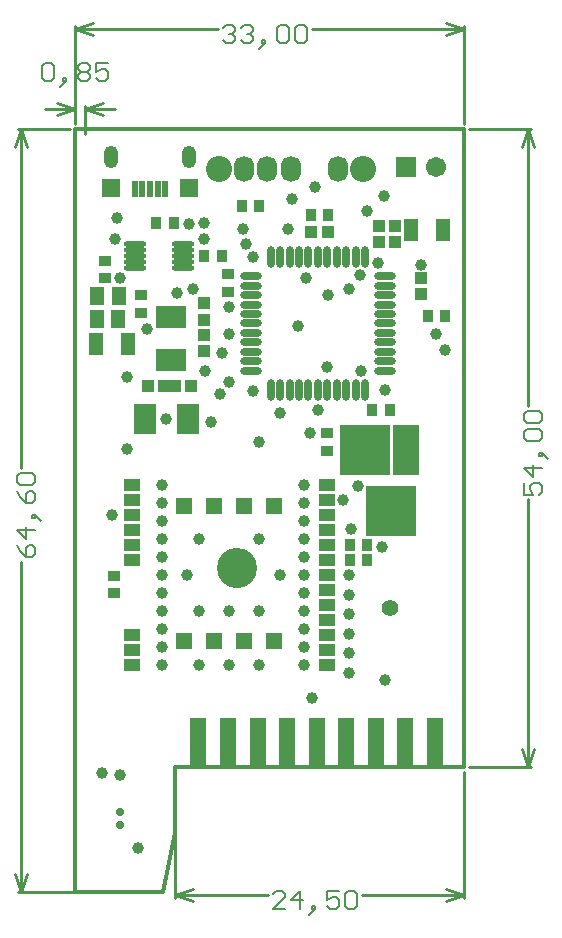
<source format=gts>
%FSLAX25Y25*%
%MOIN*%
G70*
G01*
G75*
G04 Layer_Color=8388736*
%ADD10R,0.02756X0.03543*%
%ADD11R,0.06693X0.09449*%
%ADD12O,0.06693X0.01181*%
%ADD13O,0.06890X0.02165*%
%ADD14O,0.02165X0.06890*%
%ADD15R,0.15748X0.15748*%
%ADD16R,0.07874X0.15748*%
%ADD17R,0.03543X0.02756*%
%ADD18R,0.01575X0.05315*%
%ADD19R,0.05512X0.05512*%
%ADD20R,0.04724X0.03543*%
%ADD21R,0.05000X0.05000*%
%ADD22R,0.03937X0.05512*%
%ADD23R,0.03150X0.03543*%
%ADD24R,0.04331X0.06693*%
%ADD25R,0.03543X0.03150*%
%ADD26R,0.09449X0.06693*%
%ADD27C,0.01575*%
%ADD28C,0.01181*%
%ADD29C,0.01378*%
%ADD30C,0.00984*%
%ADD31C,0.01000*%
%ADD32C,0.00600*%
%ADD33C,0.07874*%
%ADD34O,0.05906X0.07874*%
%ADD35O,0.03937X0.06693*%
%ADD36R,0.05906X0.05906*%
%ADD37C,0.05906*%
%ADD38C,0.12598*%
%ADD39R,0.04724X0.15748*%
%ADD40C,0.03150*%
%ADD41C,0.01969*%
%ADD42C,0.04724*%
%ADD43O,0.01378X0.06693*%
%ADD44O,0.02756X0.01772*%
%ADD45R,0.05906X0.09449*%
%ADD46R,0.07677X0.10827*%
%ADD47R,0.11811X0.08268*%
%ADD48R,0.06299X0.03150*%
%ADD49O,0.02362X0.06693*%
%ADD50R,0.05001X0.01969*%
%ADD51R,0.01969X0.04801*%
%ADD52O,0.01969X0.00984*%
%ADD53O,0.00984X0.03937*%
%ADD54R,0.06496X0.09449*%
%ADD55R,0.04000X0.06000*%
%ADD56R,0.06000X0.04000*%
%ADD57C,0.03150*%
%ADD58C,0.02362*%
%ADD59C,0.00787*%
%ADD60C,0.00394*%
%ADD61C,0.00800*%
%ADD62C,0.00591*%
%ADD63R,0.03556X0.04343*%
%ADD64R,0.07493X0.10249*%
%ADD65O,0.07493X0.01981*%
%ADD66O,0.07284X0.02559*%
%ADD67O,0.02559X0.07284*%
%ADD68R,0.16548X0.16548*%
%ADD69R,0.08674X0.16548*%
%ADD70R,0.04343X0.03556*%
%ADD71R,0.01969X0.05709*%
%ADD72R,0.06312X0.06312*%
%ADD73R,0.05524X0.04343*%
%ADD74R,0.05800X0.05800*%
%ADD75R,0.04737X0.06312*%
%ADD76R,0.03950X0.04343*%
%ADD77R,0.05131X0.07493*%
%ADD78R,0.04343X0.03950*%
%ADD79R,0.10249X0.07493*%
%ADD80C,0.08674*%
%ADD81O,0.06706X0.08674*%
%ADD82O,0.04737X0.07493*%
%ADD83R,0.06706X0.06706*%
%ADD84C,0.06706*%
%ADD85C,0.13398*%
%ADD86R,0.05524X0.16548*%
%ADD87C,0.03950*%
%ADD88C,0.02769*%
%ADD89C,0.05524*%
D28*
X68898Y51181D02*
Y73228D01*
X165354D01*
X64961Y31496D02*
X68898Y51181D01*
X35433Y31496D02*
Y285827D01*
X165354D01*
Y73228D02*
Y285827D01*
X35433Y31496D02*
X64961D01*
D31*
X165354Y287417D02*
Y320000D01*
X35433Y287417D02*
Y320000D01*
X114389Y319000D02*
X165354D01*
X35433D02*
X83198D01*
X159354Y321000D02*
X165354Y319000D01*
X159354Y317000D02*
X165354Y319000D01*
X35433D02*
X41433Y317000D01*
X35433Y319000D02*
X41433Y321000D01*
X166945Y73228D02*
X187500D01*
X166945Y285827D02*
X187500D01*
X186500Y73228D02*
Y162332D01*
Y193523D02*
Y285827D01*
Y73228D02*
X188500Y79228D01*
X184500D02*
X186500Y73228D01*
X184500Y279827D02*
X186500Y285827D01*
X188500Y279827D01*
X16500Y31496D02*
X63370D01*
X16500Y285827D02*
X33843D01*
X17500Y31496D02*
Y141466D01*
Y172657D02*
Y285827D01*
Y31496D02*
X19500Y37496D01*
X15500D02*
X17500Y31496D01*
X15500Y279827D02*
X17500Y285827D01*
X19500Y279827D01*
X165354Y29500D02*
Y71638D01*
X68898Y29500D02*
Y71638D01*
X131122Y30500D02*
X165354D01*
X68898D02*
X99931D01*
X159354Y32500D02*
X165354Y30500D01*
X159354Y28500D02*
X165354Y30500D01*
X68898D02*
X74898Y28500D01*
X68898Y30500D02*
X74898Y32500D01*
X38780Y284071D02*
Y293500D01*
X35433Y287417D02*
Y293500D01*
X25433Y292500D02*
X35433D01*
X38780D02*
X48779D01*
X29433Y294500D02*
X35433Y292500D01*
X29433Y290500D02*
X35433Y292500D01*
X38780D02*
X44780Y290500D01*
X38780Y292500D02*
X44780Y294500D01*
D32*
X84798Y319400D02*
X85798Y320399D01*
X87797D01*
X88797Y319400D01*
Y318400D01*
X87797Y317400D01*
X86798D01*
X87797D01*
X88797Y316401D01*
Y315401D01*
X87797Y314401D01*
X85798D01*
X84798Y315401D01*
X90796Y319400D02*
X91796Y320399D01*
X93795D01*
X94795Y319400D01*
Y318400D01*
X93795Y317400D01*
X92796D01*
X93795D01*
X94795Y316401D01*
Y315401D01*
X93795Y314401D01*
X91796D01*
X90796Y315401D01*
X97794Y313402D02*
X98794Y314401D01*
Y315401D01*
X97794D01*
Y314401D01*
X98794D01*
X97794Y313402D01*
X96794Y312402D01*
X102792Y319400D02*
X103792Y320399D01*
X105791D01*
X106791Y319400D01*
Y315401D01*
X105791Y314401D01*
X103792D01*
X102792Y315401D01*
Y319400D01*
X108791D02*
X109790Y320399D01*
X111790D01*
X112789Y319400D01*
Y315401D01*
X111790Y314401D01*
X109790D01*
X108791Y315401D01*
Y319400D01*
X185101Y167931D02*
Y163932D01*
X188100D01*
X187100Y165931D01*
Y166931D01*
X188100Y167931D01*
X190099D01*
X191099Y166931D01*
Y164932D01*
X190099Y163932D01*
X191099Y172929D02*
X185101D01*
X188100Y169930D01*
Y173929D01*
X192098Y176928D02*
X191099Y177927D01*
X190099D01*
Y176928D01*
X191099D01*
Y177927D01*
X192098Y176928D01*
X193098Y175928D01*
X186100Y181926D02*
X185101Y182926D01*
Y184925D01*
X186100Y185925D01*
X190099D01*
X191099Y184925D01*
Y182926D01*
X190099Y181926D01*
X186100D01*
Y187924D02*
X185101Y188924D01*
Y190923D01*
X186100Y191923D01*
X190099D01*
X191099Y190923D01*
Y188924D01*
X190099Y187924D01*
X186100D01*
X16101Y147065D02*
X17100Y145065D01*
X19100Y143066D01*
X21099D01*
X22099Y144066D01*
Y146065D01*
X21099Y147065D01*
X20099D01*
X19100Y146065D01*
Y143066D01*
X22099Y152063D02*
X16101D01*
X19100Y149064D01*
Y153063D01*
X23098Y156062D02*
X22099Y157061D01*
X21099D01*
Y156062D01*
X22099D01*
Y157061D01*
X23098Y156062D01*
X24098Y155062D01*
X16101Y165059D02*
X17100Y163059D01*
X19100Y161060D01*
X21099D01*
X22099Y162060D01*
Y164059D01*
X21099Y165059D01*
X20099D01*
X19100Y164059D01*
Y161060D01*
X17100Y167058D02*
X16101Y168058D01*
Y170057D01*
X17100Y171057D01*
X21099D01*
X22099Y170057D01*
Y168058D01*
X21099Y167058D01*
X17100D01*
X105529Y25901D02*
X101531D01*
X105529Y29900D01*
Y30900D01*
X104530Y31899D01*
X102530D01*
X101531Y30900D01*
X110528Y25901D02*
Y31899D01*
X107529Y28900D01*
X111527D01*
X114526Y24902D02*
X115526Y25901D01*
Y26901D01*
X114526D01*
Y25901D01*
X115526D01*
X114526Y24902D01*
X113527Y23902D01*
X123523Y31899D02*
X119525D01*
Y28900D01*
X121524Y29900D01*
X122524D01*
X123523Y28900D01*
Y26901D01*
X122524Y25901D01*
X120524D01*
X119525Y26901D01*
X125523Y30900D02*
X126522Y31899D01*
X128522D01*
X129522Y30900D01*
Y26901D01*
X128522Y25901D01*
X126522D01*
X125523Y26901D01*
Y30900D01*
X24510Y306696D02*
X25510Y307696D01*
X27509D01*
X28509Y306696D01*
Y302697D01*
X27509Y301697D01*
X25510D01*
X24510Y302697D01*
Y306696D01*
X31508Y300698D02*
X32507Y301697D01*
Y302697D01*
X31508D01*
Y301697D01*
X32507D01*
X31508Y300698D01*
X30508Y299698D01*
X36506Y306696D02*
X37506Y307696D01*
X39505D01*
X40505Y306696D01*
Y305696D01*
X39505Y304696D01*
X40505Y303697D01*
Y302697D01*
X39505Y301697D01*
X37506D01*
X36506Y302697D01*
Y303697D01*
X37506Y304696D01*
X36506Y305696D01*
Y306696D01*
X37506Y304696D02*
X39505D01*
X46503Y307696D02*
X42504D01*
Y304696D01*
X44503Y305696D01*
X45503D01*
X46503Y304696D01*
Y302697D01*
X45503Y301697D01*
X43504D01*
X42504Y302697D01*
D63*
X153047Y223500D02*
D03*
X158953D02*
D03*
X96953Y260000D02*
D03*
X91047D02*
D03*
X119945Y257000D02*
D03*
X114039D02*
D03*
X132953Y147000D02*
D03*
X127047D02*
D03*
X132953Y142000D02*
D03*
X127047D02*
D03*
X140453Y192000D02*
D03*
X134547D02*
D03*
X62547Y254500D02*
D03*
X68453D02*
D03*
X84453Y243500D02*
D03*
X78547D02*
D03*
D64*
X73283Y189000D02*
D03*
X58716D02*
D03*
D65*
X71571Y239563D02*
D03*
Y241531D02*
D03*
Y243500D02*
D03*
Y245468D02*
D03*
Y247437D02*
D03*
X55429Y239563D02*
D03*
Y241531D02*
D03*
Y243500D02*
D03*
Y245468D02*
D03*
Y247437D02*
D03*
D66*
X138744Y236748D02*
D03*
Y233598D02*
D03*
Y230449D02*
D03*
Y227299D02*
D03*
Y224150D02*
D03*
Y221000D02*
D03*
Y217850D02*
D03*
Y214701D02*
D03*
Y211551D02*
D03*
Y208402D02*
D03*
Y205252D02*
D03*
X94256D02*
D03*
Y208402D02*
D03*
Y211551D02*
D03*
Y214701D02*
D03*
Y217850D02*
D03*
Y221000D02*
D03*
Y224150D02*
D03*
Y227299D02*
D03*
Y230449D02*
D03*
Y233598D02*
D03*
Y236748D02*
D03*
D67*
X132248Y198756D02*
D03*
X129098D02*
D03*
X125949D02*
D03*
X122799D02*
D03*
X119650D02*
D03*
X116500D02*
D03*
X113350D02*
D03*
X110201D02*
D03*
X107051D02*
D03*
X103902D02*
D03*
X100752D02*
D03*
Y243244D02*
D03*
X103902D02*
D03*
X107051D02*
D03*
X110201D02*
D03*
X113350D02*
D03*
X116500D02*
D03*
X119650D02*
D03*
X122799D02*
D03*
X125949D02*
D03*
X129098D02*
D03*
X132248D02*
D03*
D68*
X141000Y158500D02*
D03*
X132142Y178972D02*
D03*
D69*
X145921D02*
D03*
D70*
X48492Y131047D02*
D03*
Y136953D02*
D03*
X45500Y241953D02*
D03*
Y236047D02*
D03*
X57500Y230453D02*
D03*
Y224547D02*
D03*
X119500Y178547D02*
D03*
Y184453D02*
D03*
X86500Y237453D02*
D03*
Y231547D02*
D03*
D71*
X55374Y265968D02*
D03*
X57933D02*
D03*
X60492D02*
D03*
X63051D02*
D03*
X65610D02*
D03*
D72*
X73484Y266067D02*
D03*
X47500D02*
D03*
D73*
X54500Y167000D02*
D03*
Y117000D02*
D03*
Y112000D02*
D03*
Y107000D02*
D03*
X119500D02*
D03*
Y112000D02*
D03*
Y117000D02*
D03*
Y122000D02*
D03*
Y127000D02*
D03*
Y132000D02*
D03*
Y137000D02*
D03*
Y142000D02*
D03*
Y147000D02*
D03*
Y152000D02*
D03*
X54500Y162000D02*
D03*
Y157000D02*
D03*
Y152000D02*
D03*
Y147000D02*
D03*
Y142000D02*
D03*
X119500Y157000D02*
D03*
Y162000D02*
D03*
Y167000D02*
D03*
D74*
X82000Y115000D02*
D03*
X72000D02*
D03*
X92000D02*
D03*
X102000D02*
D03*
X72000Y160000D02*
D03*
X82000D02*
D03*
X92000D02*
D03*
X102000D02*
D03*
D75*
X50043Y230000D02*
D03*
X42957D02*
D03*
X50000Y222500D02*
D03*
X42913D02*
D03*
D76*
X65256Y200000D02*
D03*
X59744D02*
D03*
X68744Y200000D02*
D03*
X74256D02*
D03*
X142256Y248000D02*
D03*
X136744D02*
D03*
X114236Y251500D02*
D03*
X119748D02*
D03*
X142256Y253500D02*
D03*
X136744D02*
D03*
D77*
X158315Y252000D02*
D03*
X147685D02*
D03*
X42685Y214000D02*
D03*
X53315D02*
D03*
D78*
X78500Y222244D02*
D03*
Y227756D02*
D03*
X78500Y217256D02*
D03*
Y211744D02*
D03*
X151000Y236256D02*
D03*
Y230744D02*
D03*
D79*
X67500Y208717D02*
D03*
Y223284D02*
D03*
D80*
X83469Y272500D02*
D03*
X131500D02*
D03*
D81*
X91736D02*
D03*
X99610D02*
D03*
X107484D02*
D03*
X123232D02*
D03*
D82*
X73484Y276500D02*
D03*
X47500D02*
D03*
D83*
X146000Y273000D02*
D03*
D84*
X156000D02*
D03*
D85*
X89382Y139480D02*
D03*
D86*
X76500Y81102D02*
D03*
X86500D02*
D03*
X96445D02*
D03*
X106287D02*
D03*
X116130D02*
D03*
X125972D02*
D03*
X135815D02*
D03*
X145658D02*
D03*
X155500D02*
D03*
D87*
X159000Y212000D02*
D03*
X156000Y217500D02*
D03*
X119748Y251500D02*
D03*
X133000Y258500D02*
D03*
X73000Y137000D02*
D03*
X104000D02*
D03*
X97000Y149000D02*
D03*
X77000D02*
D03*
X97000Y125000D02*
D03*
X87000D02*
D03*
X77000D02*
D03*
X97000Y107000D02*
D03*
X87000D02*
D03*
X77000D02*
D03*
X127000Y104500D02*
D03*
Y111000D02*
D03*
Y117500D02*
D03*
Y124000D02*
D03*
Y130500D02*
D03*
Y137000D02*
D03*
X50500Y70500D02*
D03*
X44500Y71000D02*
D03*
X64500Y167000D02*
D03*
Y161000D02*
D03*
Y155000D02*
D03*
Y149000D02*
D03*
Y143000D02*
D03*
Y137000D02*
D03*
Y131000D02*
D03*
Y125000D02*
D03*
Y119000D02*
D03*
Y113000D02*
D03*
Y107000D02*
D03*
X112000D02*
D03*
Y113000D02*
D03*
Y119000D02*
D03*
Y125000D02*
D03*
Y131000D02*
D03*
Y137000D02*
D03*
Y143000D02*
D03*
Y149000D02*
D03*
Y155000D02*
D03*
Y161000D02*
D03*
Y167000D02*
D03*
X138500Y263500D02*
D03*
X114500Y96000D02*
D03*
X139000Y102000D02*
D03*
X65862Y189000D02*
D03*
X79000Y205000D02*
D03*
X53000Y203000D02*
D03*
Y179000D02*
D03*
X97000Y181500D02*
D03*
X145000Y154500D02*
D03*
X87000Y217500D02*
D03*
X84500Y211000D02*
D03*
X92500Y247508D02*
D03*
X91500Y252500D02*
D03*
X49500Y256000D02*
D03*
X104000Y191000D02*
D03*
X119500Y206500D02*
D03*
X95000Y198500D02*
D03*
X138736Y198744D02*
D03*
X48957Y249205D02*
D03*
X78500Y249000D02*
D03*
X130000Y166750D02*
D03*
X127500Y152500D02*
D03*
X95000Y243000D02*
D03*
X73500Y254000D02*
D03*
X78500Y254500D02*
D03*
X138000Y146500D02*
D03*
X115500Y266500D02*
D03*
X86992Y201500D02*
D03*
X84000Y197500D02*
D03*
X108000Y262500D02*
D03*
X106500Y252500D02*
D03*
X110000Y220000D02*
D03*
X120000Y230500D02*
D03*
X112500Y236000D02*
D03*
X131000Y205000D02*
D03*
X59500Y219000D02*
D03*
X75000Y232500D02*
D03*
X87000Y226500D02*
D03*
X125000Y162000D02*
D03*
X48000Y157000D02*
D03*
X130500Y237000D02*
D03*
X136500Y241000D02*
D03*
X127000Y232500D02*
D03*
X114000Y184500D02*
D03*
X116492Y192008D02*
D03*
X50500Y236000D02*
D03*
X81000Y188000D02*
D03*
X69500Y231000D02*
D03*
X151000Y240500D02*
D03*
X56500Y46000D02*
D03*
D88*
X50500Y53835D02*
D03*
Y58165D02*
D03*
D89*
X140500Y126000D02*
D03*
M02*

</source>
